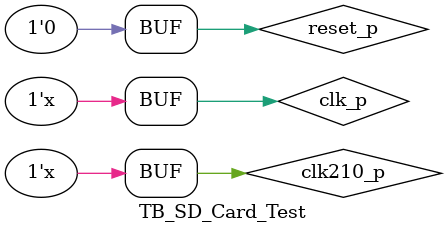
<source format=v>
`timescale 1ns / 1ps


module TB_SD_Card_Test(

    );
    
    reg         clk210_p  = 1'b0;
    reg         clk_p     = 1'b0;
    reg         reset_p   = 1'b0;
    
    wire        spi_miso_p;
    wire        spi_mosi_p;
    wire        spi_sck_p;
    wire        spi_ss_p;
    
    SD_Card_interface_top SD_Card_interface_inst(
    .clk210_p                   (clk210_p),
    .reset_p                    (reset_p),
    .sd_spi_mosi_p              (sd_spi_mosi_p),
    .sd_spi_miso_p              (sd_spi_miso_p),
    .sd_spi_ss_p                (sd_spi_ss_p),
    .sd_spi_sck_p               (sd_spi_sck_p),
    .sd_spi_init_done_p         (sd_spi_init_done_p),
    .sd_spi_transfer_done_p     (sd_spi_transfer_done_p),
    .sd_spi_cntrl_status_p      (sd_spi_cntrl_status_s),
    .sd_ccs_bit_p               (sd_card_ccs_bit_p),
    .sd_write_fifo_din_p        (sd_write_fifo_din_s),
    .sd_write_fifo_wr_en_p      (sd_write_fifo_wr_en_s),
    .sd_write_fifo_full_p       (sd_write_fifo_full_s),
    .fc_fifo_tx_din_p           (fc_fifo_tx_din_p),
    .fc_fifo_tx_wr_en_p         (fc_fifo_tx_wr_en_p),
    .fc_sd_read_cmd_p           (fc_sd_read_cmd_p),
    .sd_sectors_written_p       (sd_sectors_written_p)
    // .sd_read_fault_p            (sd_read_fault_p)
    );
    
    Detector_Top Detector_Top_inst(
    .clk210_p                   (clk210_p),
    .reset_p                    (reset_p),
    .adc_1_cnv_p                (adc_1_cnv_p),
    .adc_1_sck_p                (adc_1_sck_p),
    .adc_1_sdo_p                (adc_1_sdo_p),
    .adc_1_current_data_p       (adc_1_current_data_s),
    .timekeeper_time_p          (timekeeper_time_s),
    .timekeeper_ready_p         (timekeeper_ready_s),
    .adc_threshold_p            (adc_threshold_s),
    .adc_sampling_mode_p        (adc_sampling_mode_s),
    .sd_write_fifo_din_p        (sd_write_fifo_din_s),
    .sd_write_fifo_full_p       (sd_write_fifo_full_s),
    .sd_write_fifo_wr_en_p      (sd_write_fifo_wr_en_s)
    );
    
    
    
    TB_SD_Card_Model_Top SD_Card_Slave_inst(
    .clk_p              (clk_p),
    .tb_spi_miso_p      (spi_miso_p),
    .tb_spi_mosi_p      (spi_mosi_p),
    .tb_spi_sck_p       (spi_sck_p),
    .tb_spi_ss_p        (spi_ss_p)
    );
    
    always # 2.3809523 clk210_p <= ~clk210_p;
	always # 0.5       clk_p    <= ~clk_p;    
    
	initial
		begin
			reset_p			<= 1'b1;
			#1000
			reset_p			<= 1'b0;
		end
    
endmodule

</source>
